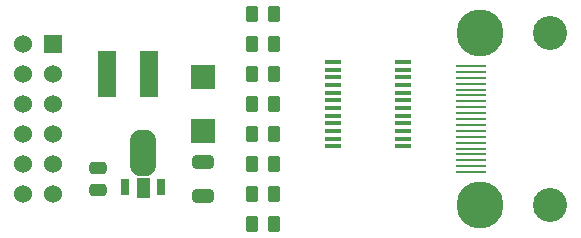
<source format=gts>
%TF.GenerationSoftware,KiCad,Pcbnew,(6.0.5)*%
%TF.CreationDate,2022-06-04T23:49:02-06:00*%
%TF.ProjectId,PMOD_HDMI,504d4f44-5f48-4444-9d49-2e6b69636164,rev?*%
%TF.SameCoordinates,Original*%
%TF.FileFunction,Soldermask,Top*%
%TF.FilePolarity,Negative*%
%FSLAX46Y46*%
G04 Gerber Fmt 4.6, Leading zero omitted, Abs format (unit mm)*
G04 Created by KiCad (PCBNEW (6.0.5)) date 2022-06-04 23:49:02*
%MOMM*%
%LPD*%
G01*
G04 APERTURE LIST*
G04 Aperture macros list*
%AMRoundRect*
0 Rectangle with rounded corners*
0 $1 Rounding radius*
0 $2 $3 $4 $5 $6 $7 $8 $9 X,Y pos of 4 corners*
0 Add a 4 corners polygon primitive as box body*
4,1,4,$2,$3,$4,$5,$6,$7,$8,$9,$2,$3,0*
0 Add four circle primitives for the rounded corners*
1,1,$1+$1,$2,$3*
1,1,$1+$1,$4,$5*
1,1,$1+$1,$6,$7*
1,1,$1+$1,$8,$9*
0 Add four rect primitives between the rounded corners*
20,1,$1+$1,$2,$3,$4,$5,0*
20,1,$1+$1,$4,$5,$6,$7,0*
20,1,$1+$1,$6,$7,$8,$9,0*
20,1,$1+$1,$8,$9,$2,$3,0*%
G04 Aperture macros list end*
%ADD10C,0.010000*%
%ADD11C,1.700000*%
%ADD12R,1.524000X1.524000*%
%ADD13C,1.524000*%
%ADD14R,0.800000X1.400000*%
%ADD15R,1.500000X4.000000*%
%ADD16R,2.600000X0.280000*%
%ADD17C,3.990000*%
%ADD18C,2.880000*%
%ADD19R,1.475000X0.450000*%
%ADD20R,2.150000X2.150000*%
%ADD21RoundRect,0.250000X-0.262500X-0.450000X0.262500X-0.450000X0.262500X0.450000X-0.262500X0.450000X0*%
%ADD22RoundRect,0.250000X-0.650000X0.325000X-0.650000X-0.325000X0.650000X-0.325000X0.650000X0.325000X0*%
%ADD23RoundRect,0.250000X-0.475000X0.250000X-0.475000X-0.250000X0.475000X-0.250000X0.475000X0.250000X0*%
G04 APERTURE END LIST*
%TO.C,U1*%
G36*
X88130000Y-110730000D02*
G01*
X87130000Y-110730000D01*
X87130000Y-109130000D01*
X88130000Y-109130000D01*
X88130000Y-110730000D01*
G37*
D10*
X88130000Y-110730000D02*
X87130000Y-110730000D01*
X87130000Y-109130000D01*
X88130000Y-109130000D01*
X88130000Y-110730000D01*
G36*
X87880000Y-108100000D02*
G01*
X87355000Y-108100000D01*
X87355000Y-105925000D01*
X87880000Y-105925000D01*
X87880000Y-108100000D01*
G37*
D11*
X87880000Y-108100000D02*
X87355000Y-108100000D01*
X87355000Y-105925000D01*
X87880000Y-105925000D01*
X87880000Y-108100000D01*
%TD*%
D12*
%TO.C,PMOD1*%
X80010000Y-97790000D03*
D13*
X77470000Y-97790000D03*
X80010000Y-100330000D03*
X77470000Y-100330000D03*
X80010000Y-102870000D03*
X77470000Y-102870000D03*
X80010000Y-105410000D03*
X77470000Y-105410000D03*
X80010000Y-107950000D03*
X77470000Y-107950000D03*
X80010000Y-110490000D03*
X77470000Y-110490000D03*
%TD*%
D14*
%TO.C,U1*%
X86131000Y-109931000D03*
X89129000Y-109931000D03*
%TD*%
D15*
%TO.C,L1*%
X84560000Y-100330000D03*
X88160000Y-100330000D03*
%TD*%
D16*
%TO.C,J1*%
X115400000Y-99640000D03*
X115400000Y-100140000D03*
X115400000Y-100640000D03*
X115400000Y-101140000D03*
X115400000Y-101640000D03*
X115400000Y-102140000D03*
X115400000Y-102640000D03*
X115400000Y-103140000D03*
X115400000Y-103640000D03*
X115400000Y-104140000D03*
X115400000Y-104640000D03*
X115400000Y-105140000D03*
X115400000Y-105640000D03*
X115400000Y-106140000D03*
X115400000Y-106640000D03*
X115400000Y-107140000D03*
X115400000Y-107640000D03*
X115400000Y-108140000D03*
X115400000Y-108640000D03*
D17*
X116160000Y-96890000D03*
X116160000Y-111390000D03*
D18*
X122120000Y-96890000D03*
X122120000Y-111390000D03*
%TD*%
D19*
%TO.C,IC1*%
X103742000Y-99295000D03*
X103742000Y-99945000D03*
X103742000Y-100595000D03*
X103742000Y-101245000D03*
X103742000Y-101895000D03*
X103742000Y-102545000D03*
X103742000Y-103195000D03*
X103742000Y-103845000D03*
X103742000Y-104495000D03*
X103742000Y-105145000D03*
X103742000Y-105795000D03*
X103742000Y-106445000D03*
X109618000Y-106445000D03*
X109618000Y-105795000D03*
X109618000Y-105145000D03*
X109618000Y-104495000D03*
X109618000Y-103845000D03*
X109618000Y-103195000D03*
X109618000Y-102545000D03*
X109618000Y-101895000D03*
X109618000Y-101245000D03*
X109618000Y-100595000D03*
X109618000Y-99945000D03*
X109618000Y-99295000D03*
%TD*%
D20*
%TO.C,D1*%
X92710000Y-105170000D03*
X92710000Y-100570000D03*
%TD*%
D21*
%TO.C,R8*%
X96877500Y-113030000D03*
X98702500Y-113030000D03*
%TD*%
%TO.C,R7*%
X96877500Y-110490000D03*
X98702500Y-110490000D03*
%TD*%
%TO.C,R6*%
X96877500Y-97790000D03*
X98702500Y-97790000D03*
%TD*%
%TO.C,R5*%
X96877500Y-95250000D03*
X98702500Y-95250000D03*
%TD*%
%TO.C,R4*%
X96877500Y-102870000D03*
X98702500Y-102870000D03*
%TD*%
%TO.C,R3*%
X96877500Y-100330000D03*
X98702500Y-100330000D03*
%TD*%
%TO.C,R2*%
X96877500Y-107950000D03*
X98702500Y-107950000D03*
%TD*%
%TO.C,R1*%
X96877500Y-105410000D03*
X98702500Y-105410000D03*
%TD*%
D22*
%TO.C,C2*%
X92710000Y-107745000D03*
X92710000Y-110695000D03*
%TD*%
D23*
%TO.C,C1*%
X83820000Y-108270000D03*
X83820000Y-110170000D03*
%TD*%
M02*

</source>
